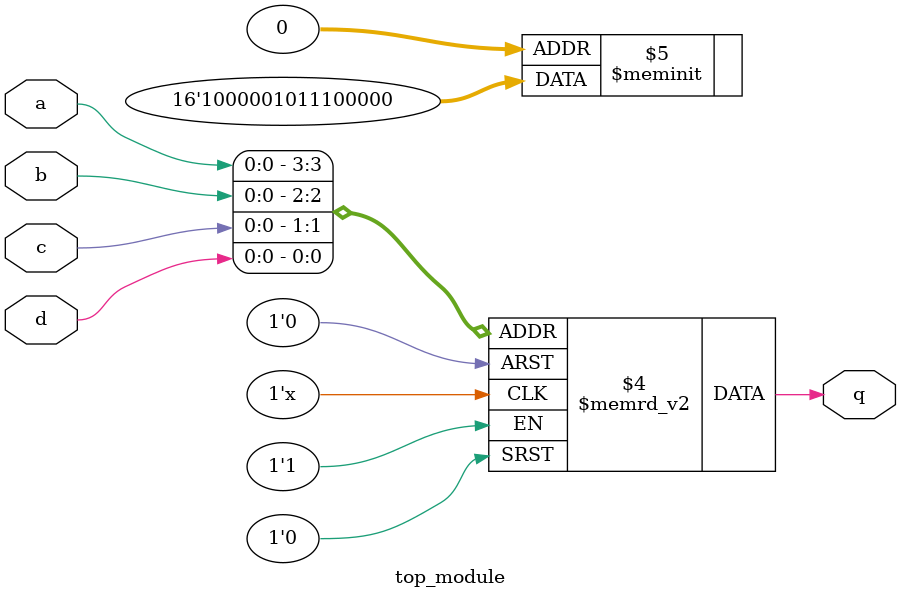
<source format=sv>
module top_module (
  input a, 
  input b, 
  input c, 
  input d,
  output reg q
);

  always @* begin
    case ({a, b, c, d})
      4'b0000 : q = 1'b0;
      4'b0001 : q = 1'b0;
      4'b0010 : q = 1'b0;
      4'b0011 : q = 1'b0;
      4'b0100 : q = 1'b0;
      4'b0101 : q = 1'b1;
      4'b0110 : q = 1'b1;
      4'b0111 : q = 1'b1;
      4'b1000 : q = 1'b0;
      4'b1001 : q = 1'b1;
      4'b1010 : q = 1'b0;
      4'b1011 : q = 1'b0;
      4'b1100 : q = 1'b0;
      4'b1101 : q = 1'b0;
      4'b1110 : q = 1'b0;
      4'b1111 : q = 1'b1;
    endcase
  end

endmodule

</source>
